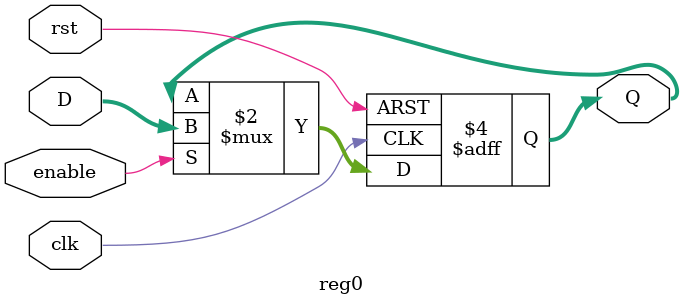
<source format=v>
module reg0(clk, enable, rst, D, Q);
	parameter width = 8;
	// Port Declaration
	input [width-1:0] D;
	input clk, enable, rst;
	output reg [width-1:0] Q;

//synchronous active high reset
always @(posedge clk or posedge rst) begin
	if (rst)
		Q <= 0;
	else if (enable)
		Q <= D;
end
endmodule
</source>
